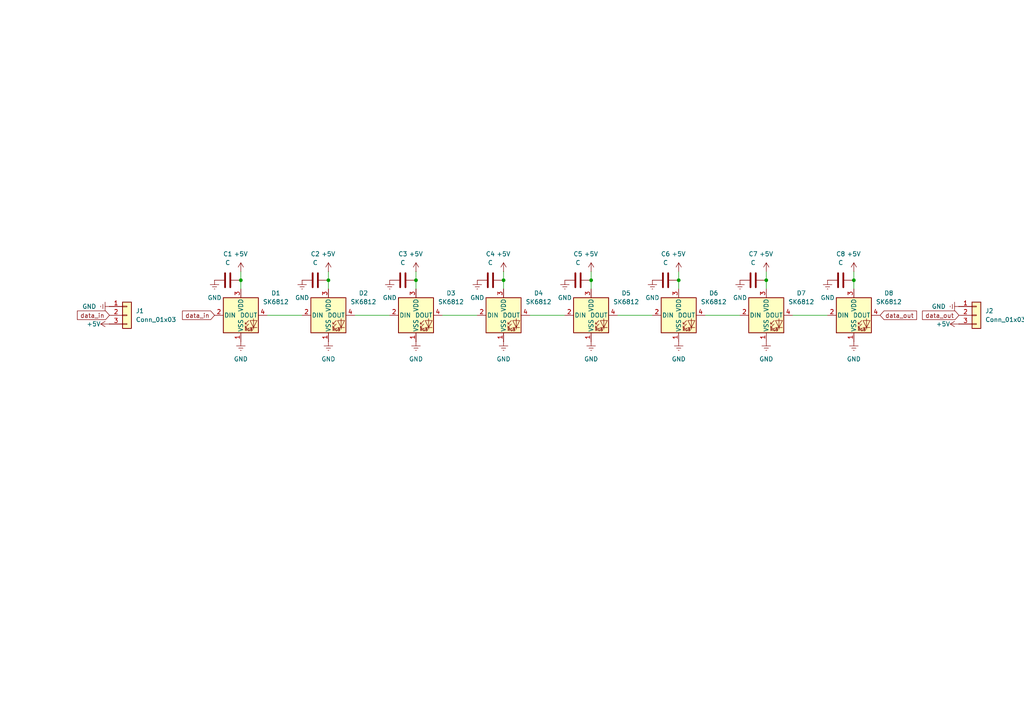
<source format=kicad_sch>
(kicad_sch (version 20250114) (generator "eeschema") (generator_version "9.0")
  (paper "A4")
  (lib_symbols
    (symbol "Connector_Generic:Conn_01x03" (pin_names (offset 1.016) (hide yes))
      (property "Reference" "J" (at 0 5.08 0))
      (property "Value" "Conn_01x03" (at 0 -5.08 0))
      (symbol "Conn_01x03_1_1"
        (rectangle (start -1.27 3.81) (end 1.27 -3.81) (stroke (width 0.254)) (fill (type background)))
        (rectangle (start -1.27 2.667) (end 0 2.413) (stroke (width 0.1524)))
        (rectangle (start -1.27 0.127) (end 0 -0.127) (stroke (width 0.1524)))
        (rectangle (start -1.27 -2.413) (end 0 -2.667) (stroke (width 0.1524)))
        (pin passive line (at -5.08 2.54 0) (length 3.81) (name "Pin_1") (number "1"))
        (pin passive line (at -5.08 0 0) (length 3.81) (name "Pin_2") (number "2"))
        (pin passive line (at -5.08 -2.54 0) (length 3.81) (name "Pin_3") (number "3"))
      )
    )
    (symbol "Device:C" (pin_numbers (hide yes)) (pin_names (offset 0.254))
      (property "Reference" "C" (at 0.635 2.54 0))
      (property "Value" "C" (at 0.635 -2.54 0))
      (symbol "C_0_1"
        (polyline (pts (xy -2.032 0.762) (xy 2.032 0.762)) (stroke (width 0.508)))
        (polyline (pts (xy -2.032 -0.762) (xy 2.032 -0.762)) (stroke (width 0.508)))
      )
      (symbol "C_1_1"
        (pin passive line (at 0 3.81 270) (length 2.794) (name "~") (number "1"))
        (pin passive line (at 0 -3.81 90) (length 2.794) (name "~") (number "2"))
      )
    )
    (symbol "LED:SK6812" (pin_names (offset 0.254))
      (property "Reference" "D" (at 5.08 5.715 0))
      (property "Value" "SK6812" (at 1.27 -5.715 0))
      (symbol "SK6812_0_0"
        (text "RGB" (at 2.286 -4.191 0) (effects (font (size 0.762 0.762))))
      )
      (symbol "SK6812_0_1"
        (polyline (pts (xy 1.27 -2.54) (xy 1.778 -2.54)))
        (polyline (pts (xy 1.27 -3.556) (xy 1.778 -3.556)))
        (polyline (pts (xy 2.286 -1.524) (xy 1.27 -2.54) (xy 1.27 -2.032)))
        (polyline (pts (xy 2.286 -2.54) (xy 1.27 -3.556) (xy 1.27 -3.048)))
        (polyline (pts (xy 3.683 -1.016) (xy 3.683 -3.556) (xy 3.683 -4.064)))
        (polyline (pts (xy 4.699 -1.524) (xy 2.667 -1.524) (xy 3.683 -3.556) (xy 4.699 -1.524)))
        (polyline (pts (xy 4.699 -3.556) (xy 2.667 -3.556)))
        (rectangle (start 5.08 5.08) (end -5.08 -5.08) (stroke (width 0.254)) (fill (type background)))
      )
      (symbol "SK6812_1_1"
        (pin input line (at -7.62 0 0) (length 2.54) (name "DIN") (number "2"))
        (pin power_in line (at 0 7.62 270) (length 2.54) (name "VDD") (number "3"))
        (pin power_in line (at 0 -7.62 90) (length 2.54) (name "VSS") (number "1"))
        (pin output line (at 7.62 0 180) (length 2.54) (name "DOUT") (number "4"))
      )
    )
    (symbol "power:+5V" (power) (pin_numbers (hide yes)) (pin_names (offset 0) (hide yes))
      (property "Value" "+5V" (at 0 3.556 0))
      (symbol "+5V_0_1"
        (polyline (pts (xy -0.762 1.27) (xy 0 2.54)))
        (polyline (pts (xy 0 2.54) (xy 0.762 1.27)))
        (polyline (pts (xy 0 0) (xy 0 2.54)))
      )
      (symbol "+5V_1_1"
        (pin power_in line (at 0 0 90) (length 0) (name "~") (number "1"))
      )
    )
    (symbol "power:GNDREF" (power) (pin_numbers (hide yes)) (pin_names (offset 0) (hide yes))
      (property "Value" "GNDREF" (at 0 -3.81 0))
      (symbol "GNDREF_0_1"
        (polyline (pts (xy -0.635 -1.905) (xy 0.635 -1.905)))
        (polyline (pts (xy -0.127 -2.54) (xy 0.127 -2.54)))
        (polyline (pts (xy 0 -1.27) (xy 0 0)))
        (polyline (pts (xy 1.27 -1.27) (xy -1.27 -1.27)))
      )
      (symbol "GNDREF_1_1"
        (pin power_in line (at 0 0 270) (length 0) (name "~") (number "1"))
      )
    )
  )
  (junction (at 95.25 81.28))
  (junction (at 69.85 81.28))
  (junction (at 146.05 81.28))
  (junction (at 222.25 81.28))
  (junction (at 247.65 81.28))
  (junction (at 171.45 81.28))
  (junction (at 196.85 81.28))
  (junction (at 120.65 81.28))
  (wire (pts (xy 222.25 78.74) (xy 222.25 81.28)))
  (wire (pts (xy 146.05 81.28) (xy 146.05 83.82)))
  (wire (pts (xy 95.25 81.28) (xy 95.25 83.82)))
  (wire (pts (xy 196.85 81.28) (xy 196.85 83.82)))
  (wire (pts (xy 69.85 81.28) (xy 69.85 83.82)))
  (wire (pts (xy 247.65 78.74) (xy 247.65 81.28)))
  (wire (pts (xy 229.87 91.44) (xy 240.03 91.44)))
  (wire (pts (xy 102.87 91.44) (xy 113.03 91.44)))
  (wire (pts (xy 196.85 78.74) (xy 196.85 81.28)))
  (wire (pts (xy 204.47 91.44) (xy 214.63 91.44)))
  (wire (pts (xy 222.25 81.28) (xy 222.25 83.82)))
  (wire (pts (xy 69.85 78.74) (xy 69.85 81.28)))
  (wire (pts (xy 153.67 91.44) (xy 163.83 91.44)))
  (wire (pts (xy 247.65 81.28) (xy 247.65 83.82)))
  (wire (pts (xy 171.45 81.28) (xy 171.45 83.82)))
  (wire (pts (xy 95.25 78.74) (xy 95.25 81.28)))
  (wire (pts (xy 171.45 78.74) (xy 171.45 81.28)))
  (wire (pts (xy 179.07 91.44) (xy 189.23 91.44)))
  (wire (pts (xy 120.65 81.28) (xy 120.65 83.82)))
  (wire (pts (xy 77.47 91.44) (xy 87.63 91.44)))
  (wire (pts (xy 128.27 91.44) (xy 138.43 91.44)))
  (wire (pts (xy 120.65 78.74) (xy 120.65 81.28)))
  (wire (pts (xy 146.05 78.74) (xy 146.05 81.28)))
  (global_label "data_out" (shape input) (at 255.27 91.44 0) (property "Intersheetrefs" "${INTERSHEET_REFS}" (effects (hide yes))))
  (global_label "data_in" (shape input) (at 62.23 91.44 180) (property "Intersheetrefs" "${INTERSHEET_REFS}" (effects (hide yes))))
  (global_label "data_out" (shape input) (at 278.13 91.44 180) (property "Intersheetrefs" "${INTERSHEET_REFS}" (effects (hide yes))))
  (global_label "data_in" (shape input) (at 31.75 91.44 180) (property "Intersheetrefs" "${INTERSHEET_REFS}" (effects (hide yes))))
  (symbol (lib_id "LED:SK6812") (at 247.65 91.44 0) (unit 1)
    (property "Reference" "D8" (at 257.81 85.0198 0))
    (property "Value" "SK6812" (at 257.81 87.5598 0))
    (property "Footprint" "LED_SMD:LED_SK6812_PLCC4_5.0x5.0mm_P3.2mm" (effects (hide yes)))
    (property "Datasheet" "https://cdn-shop.adafruit.com/product-files/1138/SK6812+LED+datasheet+.pdf" (effects (hide yes)))
    (property "Description" "RGB LED with integrated controller" (effects (hide yes)))
  )
  (symbol (lib_id "Device:C") (at 142.24 81.28 90) (unit 1)
    (property "Reference" "C4" (at 142.24 73.66 90))
    (property "Value" "C" (at 142.24 76.2 90))
    (property "Footprint" "Capacitor_SMD:C_0805_2012Metric_Pad1.18x1.45mm_HandSolder" (effects (hide yes)))
    (property "Description" "Unpolarized capacitor" (effects (hide yes)))
  )
  (symbol (lib_id "power:+5V") (at 31.75 93.98 90) (unit 1)
    (property "Reference" "#PWR025" (effects (hide yes)))
    (property "Value" "+5V" (at 29.21 93.9799 90) (effects (justify left)))
    (property "Description" "Power symbol creates a global label with name \"+5V\"" (effects (hide yes)))
  )
  (symbol (lib_id "LED:SK6812") (at 69.85 91.44 0) (unit 1)
    (property "Reference" "D1" (at 80.01 85.0198 0))
    (property "Value" "SK6812" (at 80.01 87.5598 0))
    (property "Footprint" "LED_SMD:LED_SK6812_PLCC4_5.0x5.0mm_P3.2mm" (effects (hide yes)))
    (property "Datasheet" "https://cdn-shop.adafruit.com/product-files/1138/SK6812+LED+datasheet+.pdf" (effects (hide yes)))
    (property "Description" "RGB LED with integrated controller" (effects (hide yes)))
  )
  (symbol (lib_id "power:+5V") (at 222.25 78.74 0) (unit 1)
    (property "Reference" "#PWR020" (effects (hide yes)))
    (property "Value" "+5V" (at 222.25 73.66 0))
    (property "Description" "Power symbol creates a global label with name \"+5V\"" (effects (hide yes)))
  )
  (symbol (lib_id "power:GNDREF") (at 87.63 81.28 0) (unit 1)
    (property "Reference" "#PWR02" (effects (hide yes)))
    (property "Value" "GND" (at 87.63 86.36 0))
    (property "Description" "Power symbol creates a global label with name \"GNDREF\" , reference supply ground" (effects (hide yes)))
  )
  (symbol (lib_id "power:+5V") (at 278.13 93.98 90) (unit 1)
    (property "Reference" "#PWR028" (effects (hide yes)))
    (property "Value" "+5V" (at 275.59 93.9799 90) (effects (justify left)))
    (property "Description" "Power symbol creates a global label with name \"+5V\"" (effects (hide yes)))
  )
  (symbol (lib_id "Device:C") (at 66.04 81.28 90) (unit 1)
    (property "Reference" "C1" (at 66.04 73.66 90))
    (property "Value" "C" (at 66.04 76.2 90))
    (property "Footprint" "Capacitor_SMD:C_0805_2012Metric_Pad1.18x1.45mm_HandSolder" (effects (hide yes)))
    (property "Description" "Unpolarized capacitor" (effects (hide yes)))
  )
  (symbol (lib_id "power:GNDREF") (at 69.85 99.06 0) (unit 1)
    (property "Reference" "#PWR09" (effects (hide yes)))
    (property "Value" "GND" (at 69.85 104.14 0))
    (property "Description" "Power symbol creates a global label with name \"GNDREF\" , reference supply ground" (effects (hide yes)))
  )
  (symbol (lib_id "power:GNDREF") (at 113.03 81.28 0) (unit 1)
    (property "Reference" "#PWR05" (effects (hide yes)))
    (property "Value" "GND" (at 113.03 86.36 0))
    (property "Description" "Power symbol creates a global label with name \"GNDREF\" , reference supply ground" (effects (hide yes)))
  )
  (symbol (lib_id "power:GNDREF") (at 62.23 81.28 0) (unit 1)
    (property "Reference" "#PWR017" (effects (hide yes)))
    (property "Value" "GND" (at 62.23 86.36 0))
    (property "Description" "Power symbol creates a global label with name \"GNDREF\" , reference supply ground" (effects (hide yes)))
  )
  (symbol (lib_id "Connector_Generic:Conn_01x03") (at 283.21 91.44 0) (unit 1)
    (property "Reference" "J2" (at 285.75 90.1699 0) (effects (justify left)))
    (property "Value" "Conn_01x03" (at 285.75 92.7099 0) (effects (justify left)))
    (property "Footprint" "SolderWire-0.15sqmm_1x03_P4mm_D0.5mm_OD1.5mm" (effects (hide yes)))
    (property "Description" "Generic connector, single row, 01x03, script generated (kicad-library-utils/schlib/autogen/connector/)" (effects (hide yes)))
  )
  (symbol (lib_id "LED:SK6812") (at 222.25 91.44 0) (unit 1)
    (property "Reference" "D7" (at 232.41 85.0198 0))
    (property "Value" "SK6812" (at 232.41 87.5598 0))
    (property "Footprint" "LED_SMD:LED_SK6812_PLCC4_5.0x5.0mm_P3.2mm" (effects (hide yes)))
    (property "Datasheet" "https://cdn-shop.adafruit.com/product-files/1138/SK6812+LED+datasheet+.pdf" (effects (hide yes)))
    (property "Description" "RGB LED with integrated controller" (effects (hide yes)))
  )
  (symbol (lib_id "power:+5V") (at 69.85 78.74 0) (unit 1)
    (property "Reference" "#PWR01" (effects (hide yes)))
    (property "Value" "+5V" (at 69.85 73.66 0))
    (property "Description" "Power symbol creates a global label with name \"+5V\"" (effects (hide yes)))
  )
  (symbol (lib_id "power:GNDREF") (at 31.75 88.9 270) (unit 1)
    (property "Reference" "#PWR026" (effects (hide yes)))
    (property "Value" "GND" (at 27.94 88.8999 90) (effects (justify right)))
    (property "Description" "Power symbol creates a global label with name \"GNDREF\" , reference supply ground" (effects (hide yes)))
  )
  (symbol (lib_id "power:+5V") (at 196.85 78.74 0) (unit 1)
    (property "Reference" "#PWR016" (effects (hide yes)))
    (property "Value" "+5V" (at 196.85 73.66 0))
    (property "Description" "Power symbol creates a global label with name \"+5V\"" (effects (hide yes)))
  )
  (symbol (lib_id "Device:C") (at 167.64 81.28 90) (unit 1)
    (property "Reference" "C5" (at 167.64 73.66 90))
    (property "Value" "C" (at 167.64 76.2 90))
    (property "Footprint" "Capacitor_SMD:C_0805_2012Metric_Pad1.18x1.45mm_HandSolder" (effects (hide yes)))
    (property "Description" "Unpolarized capacitor" (effects (hide yes)))
  )
  (symbol (lib_id "power:GNDREF") (at 146.05 99.06 0) (unit 1)
    (property "Reference" "#PWR011" (effects (hide yes)))
    (property "Value" "GND" (at 146.05 104.14 0))
    (property "Description" "Power symbol creates a global label with name \"GNDREF\" , reference supply ground" (effects (hide yes)))
  )
  (symbol (lib_id "LED:SK6812") (at 146.05 91.44 0) (unit 1)
    (property "Reference" "D4" (at 156.21 85.0198 0))
    (property "Value" "SK6812" (at 156.21 87.5598 0))
    (property "Footprint" "LED_SMD:LED_SK6812_PLCC4_5.0x5.0mm_P3.2mm" (effects (hide yes)))
    (property "Datasheet" "https://cdn-shop.adafruit.com/product-files/1138/SK6812+LED+datasheet+.pdf" (effects (hide yes)))
    (property "Description" "RGB LED with integrated controller" (effects (hide yes)))
  )
  (symbol (lib_id "power:GNDREF") (at 95.25 99.06 0) (unit 1)
    (property "Reference" "#PWR04" (effects (hide yes)))
    (property "Value" "GND" (at 95.25 104.14 0))
    (property "Description" "Power symbol creates a global label with name \"GNDREF\" , reference supply ground" (effects (hide yes)))
  )
  (symbol (lib_id "power:+5V") (at 171.45 78.74 0) (unit 1)
    (property "Reference" "#PWR013" (effects (hide yes)))
    (property "Value" "+5V" (at 171.45 73.66 0))
    (property "Description" "Power symbol creates a global label with name \"+5V\"" (effects (hide yes)))
  )
  (symbol (lib_id "power:GNDREF") (at 196.85 99.06 0) (unit 1)
    (property "Reference" "#PWR018" (effects (hide yes)))
    (property "Value" "GND" (at 196.85 104.14 0))
    (property "Description" "Power symbol creates a global label with name \"GNDREF\" , reference supply ground" (effects (hide yes)))
  )
  (symbol (lib_id "power:GNDREF") (at 214.63 81.28 0) (unit 1)
    (property "Reference" "#PWR019" (effects (hide yes)))
    (property "Value" "GND" (at 214.63 86.36 0))
    (property "Description" "Power symbol creates a global label with name \"GNDREF\" , reference supply ground" (effects (hide yes)))
  )
  (symbol (lib_id "power:GNDREF") (at 171.45 99.06 0) (unit 1)
    (property "Reference" "#PWR014" (effects (hide yes)))
    (property "Value" "GND" (at 171.45 104.14 0))
    (property "Description" "Power symbol creates a global label with name \"GNDREF\" , reference supply ground" (effects (hide yes)))
  )
  (symbol (lib_id "power:GNDREF") (at 247.65 99.06 0) (unit 1)
    (property "Reference" "#PWR024" (effects (hide yes)))
    (property "Value" "GND" (at 247.65 104.14 0))
    (property "Description" "Power symbol creates a global label with name \"GNDREF\" , reference supply ground" (effects (hide yes)))
  )
  (symbol (lib_id "power:+5V") (at 247.65 78.74 0) (unit 1)
    (property "Reference" "#PWR023" (effects (hide yes)))
    (property "Value" "+5V" (at 247.65 73.66 0))
    (property "Description" "Power symbol creates a global label with name \"+5V\"" (effects (hide yes)))
  )
  (symbol (lib_id "power:+5V") (at 146.05 78.74 0) (unit 1)
    (property "Reference" "#PWR010" (effects (hide yes)))
    (property "Value" "+5V" (at 146.05 73.66 0))
    (property "Description" "Power symbol creates a global label with name \"+5V\"" (effects (hide yes)))
  )
  (symbol (lib_id "power:+5V") (at 120.65 78.74 0) (unit 1)
    (property "Reference" "#PWR06" (effects (hide yes)))
    (property "Value" "+5V" (at 120.65 73.66 0))
    (property "Description" "Power symbol creates a global label with name \"+5V\"" (effects (hide yes)))
  )
  (symbol (lib_id "power:+5V") (at 95.25 78.74 0) (unit 1)
    (property "Reference" "#PWR03" (effects (hide yes)))
    (property "Value" "+5V" (at 95.25 73.66 0))
    (property "Description" "Power symbol creates a global label with name \"+5V\"" (effects (hide yes)))
  )
  (symbol (lib_id "power:GNDREF") (at 189.23 81.28 0) (unit 1)
    (property "Reference" "#PWR015" (effects (hide yes)))
    (property "Value" "GND" (at 189.23 86.36 0))
    (property "Description" "Power symbol creates a global label with name \"GNDREF\" , reference supply ground" (effects (hide yes)))
  )
  (symbol (lib_id "LED:SK6812") (at 120.65 91.44 0) (unit 1)
    (property "Reference" "D3" (at 130.81 85.0198 0))
    (property "Value" "SK6812" (at 130.81 87.5598 0))
    (property "Footprint" "LED_SMD:LED_SK6812_PLCC4_5.0x5.0mm_P3.2mm" (effects (hide yes)))
    (property "Datasheet" "https://cdn-shop.adafruit.com/product-files/1138/SK6812+LED+datasheet+.pdf" (effects (hide yes)))
    (property "Description" "RGB LED with integrated controller" (effects (hide yes)))
  )
  (symbol (lib_id "power:GNDREF") (at 222.25 99.06 0) (unit 1)
    (property "Reference" "#PWR021" (effects (hide yes)))
    (property "Value" "GND" (at 222.25 104.14 0))
    (property "Description" "Power symbol creates a global label with name \"GNDREF\" , reference supply ground" (effects (hide yes)))
  )
  (symbol (lib_id "power:GNDREF") (at 240.03 81.28 0) (unit 1)
    (property "Reference" "#PWR022" (effects (hide yes)))
    (property "Value" "GND" (at 240.03 86.36 0))
    (property "Description" "Power symbol creates a global label with name \"GNDREF\" , reference supply ground" (effects (hide yes)))
  )
  (symbol (lib_id "power:GNDREF") (at 278.13 88.9 270) (unit 1)
    (property "Reference" "#PWR027" (effects (hide yes)))
    (property "Value" "GND" (at 274.32 88.8999 90) (effects (justify right)))
    (property "Description" "Power symbol creates a global label with name \"GNDREF\" , reference supply ground" (effects (hide yes)))
  )
  (symbol (lib_id "Device:C") (at 243.84 81.28 90) (unit 1)
    (property "Reference" "C8" (at 243.84 73.66 90))
    (property "Value" "C" (at 243.84 76.2 90))
    (property "Footprint" "Capacitor_SMD:C_0805_2012Metric_Pad1.18x1.45mm_HandSolder" (effects (hide yes)))
    (property "Description" "Unpolarized capacitor" (effects (hide yes)))
  )
  (symbol (lib_id "Connector_Generic:Conn_01x03") (at 36.83 91.44 0) (unit 1)
    (property "Reference" "J1" (at 39.37 90.1699 0) (effects (justify left)))
    (property "Value" "Conn_01x03" (at 39.37 92.7099 0) (effects (justify left)))
    (property "Footprint" "SolderWire-0.15sqmm_1x03_P4mm_D0.5mm_OD1.5mm" (effects (hide yes)))
    (property "Description" "Generic connector, single row, 01x03, script generated (kicad-library-utils/schlib/autogen/connector/)" (effects (hide yes)))
  )
  (symbol (lib_id "LED:SK6812") (at 196.85 91.44 0) (unit 1)
    (property "Reference" "D6" (at 207.01 85.0198 0))
    (property "Value" "SK6812" (at 207.01 87.5598 0))
    (property "Footprint" "LED_SMD:LED_SK6812_PLCC4_5.0x5.0mm_P3.2mm" (effects (hide yes)))
    (property "Datasheet" "https://cdn-shop.adafruit.com/product-files/1138/SK6812+LED+datasheet+.pdf" (effects (hide yes)))
    (property "Description" "RGB LED with integrated controller" (effects (hide yes)))
  )
  (symbol (lib_id "power:GNDREF") (at 120.65 99.06 0) (unit 1)
    (property "Reference" "#PWR07" (effects (hide yes)))
    (property "Value" "GND" (at 120.65 104.14 0))
    (property "Description" "Power symbol creates a global label with name \"GNDREF\" , reference supply ground" (effects (hide yes)))
  )
  (symbol (lib_id "Device:C") (at 91.44 81.28 90) (unit 1)
    (property "Reference" "C2" (at 91.44 73.66 90))
    (property "Value" "C" (at 91.44 76.2 90))
    (property "Footprint" "Capacitor_SMD:C_0805_2012Metric_Pad1.18x1.45mm_HandSolder" (effects (hide yes)))
    (property "Description" "Unpolarized capacitor" (effects (hide yes)))
  )
  (symbol (lib_id "power:GNDREF") (at 163.83 81.28 0) (unit 1)
    (property "Reference" "#PWR012" (effects (hide yes)))
    (property "Value" "GND" (at 163.83 86.36 0))
    (property "Description" "Power symbol creates a global label with name \"GNDREF\" , reference supply ground" (effects (hide yes)))
  )
  (symbol (lib_id "power:GNDREF") (at 138.43 81.28 0) (unit 1)
    (property "Reference" "#PWR08" (effects (hide yes)))
    (property "Value" "GND" (at 138.43 86.36 0))
    (property "Description" "Power symbol creates a global label with name \"GNDREF\" , reference supply ground" (effects (hide yes)))
  )
  (symbol (lib_id "Device:C") (at 116.84 81.28 90) (unit 1)
    (property "Reference" "C3" (at 116.84 73.66 90))
    (property "Value" "C" (at 116.84 76.2 90))
    (property "Footprint" "Capacitor_SMD:C_0805_2012Metric_Pad1.18x1.45mm_HandSolder" (effects (hide yes)))
    (property "Description" "Unpolarized capacitor" (effects (hide yes)))
  )
  (symbol (lib_id "LED:SK6812") (at 95.25 91.44 0) (unit 1)
    (property "Reference" "D2" (at 105.41 85.0198 0))
    (property "Value" "SK6812" (at 105.41 87.5598 0))
    (property "Footprint" "LED_SMD:LED_SK6812_PLCC4_5.0x5.0mm_P3.2mm" (effects (hide yes)))
    (property "Datasheet" "https://cdn-shop.adafruit.com/product-files/1138/SK6812+LED+datasheet+.pdf" (effects (hide yes)))
    (property "Description" "RGB LED with integrated controller" (effects (hide yes)))
  )
  (symbol (lib_id "Device:C") (at 218.44 81.28 90) (unit 1)
    (property "Reference" "C7" (at 218.44 73.66 90))
    (property "Value" "C" (at 218.44 76.2 90))
    (property "Footprint" "Capacitor_SMD:C_0805_2012Metric_Pad1.18x1.45mm_HandSolder" (effects (hide yes)))
    (property "Description" "Unpolarized capacitor" (effects (hide yes)))
  )
  (symbol (lib_id "Device:C") (at 193.04 81.28 90) (unit 1)
    (property "Reference" "C6" (at 193.04 73.66 90))
    (property "Value" "C" (at 193.04 76.2 90))
    (property "Footprint" "Capacitor_SMD:C_0805_2012Metric_Pad1.18x1.45mm_HandSolder" (effects (hide yes)))
    (property "Description" "Unpolarized capacitor" (effects (hide yes)))
  )
  (symbol (lib_id "LED:SK6812") (at 171.45 91.44 0) (unit 1)
    (property "Reference" "D5" (at 181.61 85.0198 0))
    (property "Value" "SK6812" (at 181.61 87.5598 0))
    (property "Footprint" "LED_SMD:LED_SK6812_PLCC4_5.0x5.0mm_P3.2mm" (effects (hide yes)))
    (property "Datasheet" "https://cdn-shop.adafruit.com/product-files/1138/SK6812+LED+datasheet+.pdf" (effects (hide yes)))
    (property "Description" "RGB LED with integrated controller" (effects (hide yes)))
  )
)
</source>
